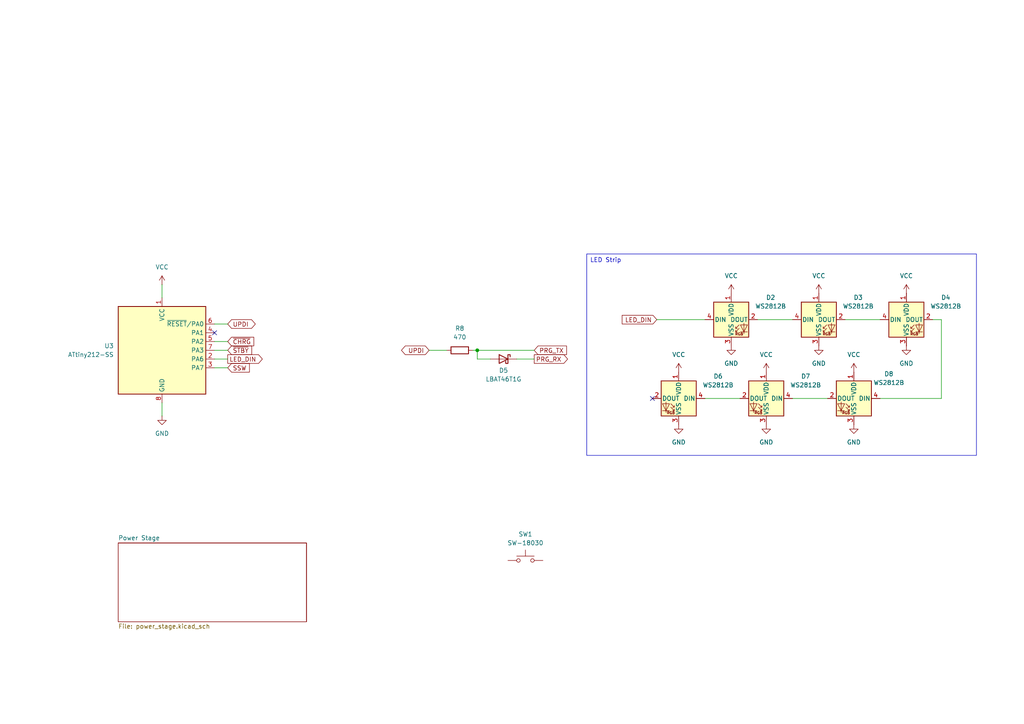
<source format=kicad_sch>
(kicad_sch (version 20250114) (generator "eeschema") (generator_version "9.0")
  (paper "A4")
  (lib_symbols
    (symbol "Device:D_Schottky" (pin_numbers (hide yes)) (pin_names (offset 1.016) (hide yes))
      (property "Reference" "D" (at 0 2.54 0))
      (property "Value" "D_Schottky" (at 0 -2.54 0))
      (symbol "D_Schottky_0_1"
        (polyline (pts (xy -1.905 0.635) (xy -1.905 1.27) (xy -1.27 1.27) (xy -1.27 -1.27) (xy -0.635 -1.27) (xy -0.635 -0.635)) (stroke (width 0.254)))
        (polyline (pts (xy 1.27 1.27) (xy 1.27 -1.27) (xy -1.27 0) (xy 1.27 1.27)) (stroke (width 0.254)))
        (polyline (pts (xy 1.27 0) (xy -1.27 0)))
      )
      (symbol "D_Schottky_1_1"
        (pin passive line (at -3.81 0 0) (length 2.54) (name "K") (number "1"))
        (pin passive line (at 3.81 0 180) (length 2.54) (name "A") (number "2"))
      )
    )
    (symbol "Device:R" (pin_numbers (hide yes)) (pin_names (offset 0))
      (property "Reference" "R" (at 2.032 0 90))
      (property "Value" "R" (at 0 0 90))
      (symbol "R_0_1"
        (rectangle (start -1.016 -2.54) (end 1.016 2.54) (stroke (width 0.254)))
      )
      (symbol "R_1_1"
        (pin passive line (at 0 3.81 270) (length 1.27) (name "~") (number "1"))
        (pin passive line (at 0 -3.81 90) (length 1.27) (name "~") (number "2"))
      )
    )
    (symbol "LED:WS2812B" (pin_names (offset 0.254))
      (property "Reference" "D" (at 5.08 5.715 0))
      (property "Value" "WS2812B" (at 1.27 -5.715 0))
      (symbol "WS2812B_0_0"
        (text "RGB" (at 2.286 -4.191 0) (effects (font (size 0.762 0.762))))
      )
      (symbol "WS2812B_0_1"
        (polyline (pts (xy 1.27 -2.54) (xy 1.778 -2.54)))
        (polyline (pts (xy 1.27 -3.556) (xy 1.778 -3.556)))
        (polyline (pts (xy 2.286 -1.524) (xy 1.27 -2.54) (xy 1.27 -2.032)))
        (polyline (pts (xy 2.286 -2.54) (xy 1.27 -3.556) (xy 1.27 -3.048)))
        (polyline (pts (xy 3.683 -1.016) (xy 3.683 -3.556) (xy 3.683 -4.064)))
        (polyline (pts (xy 4.699 -1.524) (xy 2.667 -1.524) (xy 3.683 -3.556) (xy 4.699 -1.524)))
        (polyline (pts (xy 4.699 -3.556) (xy 2.667 -3.556)))
        (rectangle (start 5.08 5.08) (end -5.08 -5.08) (stroke (width 0.254)) (fill (type background)))
      )
      (symbol "WS2812B_1_1"
        (pin input line (at -7.62 0 0) (length 2.54) (name "DIN") (number "4"))
        (pin power_in line (at 0 7.62 270) (length 2.54) (name "VDD") (number "1"))
        (pin power_in line (at 0 -7.62 90) (length 2.54) (name "VSS") (number "3"))
        (pin output line (at 7.62 0 180) (length 2.54) (name "DOUT") (number "2"))
      )
    )
    (symbol "MCU_Microchip_ATtiny:ATtiny212-SS"
      (property "Reference" "U" (at -12.7 13.97 0))
      (property "Value" "ATtiny212-SS" (at 2.54 -13.97 0))
      (symbol "ATtiny212-SS_0_1"
        (rectangle (start -12.7 -12.7) (end 12.7 12.7) (stroke (width 0.254)) (fill (type background)))
      )
      (symbol "ATtiny212-SS_1_1"
        (pin power_in line (at 0 15.24 270) (length 2.54) (name "VCC") (number "1"))
        (pin power_in line (at 0 -15.24 90) (length 2.54) (name "GND") (number "8"))
        (pin bidirectional line (at 15.24 7.62 180) (length 2.54) (name "~{RESET}/PA0") (number "6"))
        (pin bidirectional line (at 15.24 5.08 180) (length 2.54) (name "PA1") (number "4"))
        (pin bidirectional line (at 15.24 2.54 180) (length 2.54) (name "PA2") (number "5"))
        (pin bidirectional line (at 15.24 0 180) (length 2.54) (name "PA3") (number "7"))
        (pin bidirectional line (at 15.24 -2.54 180) (length 2.54) (name "PA6") (number "2"))
        (pin bidirectional line (at 15.24 -5.08 180) (length 2.54) (name "PA7") (number "3"))
      )
    )
    (symbol "Switch:SW_Push" (pin_numbers (hide yes)) (pin_names (offset 1.016) (hide yes))
      (property "Reference" "SW" (at 1.27 2.54 0))
      (property "Value" "SW_Push" (at 0 -1.524 0))
      (symbol "SW_Push_0_1"
        (circle (center -2.032 0) (radius 0.508))
        (polyline (pts (xy 0 1.27) (xy 0 3.048)))
        (circle (center 2.032 0) (radius 0.508))
        (polyline (pts (xy 2.54 1.27) (xy -2.54 1.27)))
        (pin passive line (at -5.08 0 0) (length 2.54) (name "1") (number "1"))
        (pin passive line (at 5.08 0 180) (length 2.54) (name "2") (number "2"))
      )
    )
    (symbol "power:GND" (power) (pin_numbers (hide yes)) (pin_names (offset 0) (hide yes))
      (property "Value" "GND" (at 0 -3.81 0))
      (symbol "GND_0_1"
        (polyline (pts (xy 0 0) (xy 0 -1.27) (xy 1.27 -1.27) (xy 0 -2.54) (xy -1.27 -1.27) (xy 0 -1.27)))
      )
      (symbol "GND_1_1"
        (pin power_in line (at 0 0 270) (length 0) (name "~") (number "1"))
      )
    )
    (symbol "power:VCC" (power) (pin_numbers (hide yes)) (pin_names (offset 0) (hide yes))
      (property "Value" "VCC" (at 0 3.556 0))
      (symbol "VCC_0_1"
        (polyline (pts (xy -0.762 1.27) (xy 0 2.54)))
        (polyline (pts (xy 0 2.54) (xy 0.762 1.27)))
        (polyline (pts (xy 0 0) (xy 0 2.54)))
      )
      (symbol "VCC_1_1"
        (pin power_in line (at 0 0 90) (length 0) (name "~") (number "1"))
      )
    )
  )
  (text_box "LED Strip" (at 170.18 73.66 0) (size 113.03 58.42) (margins 0.9525 0.9525 0.9525 0.9525) (effects (font (size 1.27 1.27)) (justify left top)))
  (junction (at 138.43 101.6))
  (no_connect (at 189.23 115.57))
  (no_connect (at 62.23 96.52))
  (wire (pts (xy 138.43 101.6) (xy 137.16 101.6)))
  (wire (pts (xy 124.46 101.6) (xy 129.54 101.6)))
  (wire (pts (xy 62.23 104.14) (xy 66.04 104.14)))
  (wire (pts (xy 273.05 92.71) (xy 273.05 115.57)))
  (wire (pts (xy 142.24 104.14) (xy 138.43 104.14)))
  (wire (pts (xy 270.51 92.71) (xy 273.05 92.71)))
  (wire (pts (xy 273.05 115.57) (xy 255.27 115.57)))
  (wire (pts (xy 62.23 101.6) (xy 66.04 101.6)))
  (wire (pts (xy 204.47 115.57) (xy 214.63 115.57)))
  (wire (pts (xy 154.94 104.14) (xy 149.86 104.14)))
  (wire (pts (xy 245.11 92.71) (xy 255.27 92.71)))
  (wire (pts (xy 190.5 92.71) (xy 204.47 92.71)))
  (wire (pts (xy 229.87 115.57) (xy 240.03 115.57)))
  (wire (pts (xy 154.94 101.6) (xy 138.43 101.6)))
  (wire (pts (xy 62.23 106.68) (xy 66.04 106.68)))
  (wire (pts (xy 46.99 120.65) (xy 46.99 116.84)))
  (wire (pts (xy 66.04 93.98) (xy 62.23 93.98)))
  (wire (pts (xy 46.99 82.55) (xy 46.99 86.36)))
  (wire (pts (xy 138.43 104.14) (xy 138.43 101.6)))
  (wire (pts (xy 219.71 92.71) (xy 229.87 92.71)))
  (wire (pts (xy 62.23 99.06) (xy 66.04 99.06)))
  (global_label "SSW" (shape input) (at 66.04 106.68 0) (property "Intersheetrefs" "${INTERSHEET_REFS}" (effects (hide yes))))
  (global_label "PRG_TX" (shape input) (at 154.94 101.6 0) (property "Intersheetrefs" "${INTERSHEET_REFS}" (effects (hide yes))))
  (global_label "~{CHRG}" (shape input) (at 66.04 99.06 0) (property "Intersheetrefs" "${INTERSHEET_REFS}" (effects (hide yes))))
  (global_label "~{STBY}" (shape input) (at 66.04 101.6 0) (property "Intersheetrefs" "${INTERSHEET_REFS}" (effects (hide yes))))
  (global_label "LED_DIN" (shape input) (at 190.5 92.71 180) (property "Intersheetrefs" "${INTERSHEET_REFS}" (effects (hide yes))))
  (global_label "LED_DIN" (shape output) (at 66.04 104.14 0) (property "Intersheetrefs" "${INTERSHEET_REFS}" (effects (hide yes))))
  (global_label "UPDI" (shape bidirectional) (at 124.46 101.6 180) (property "Intersheetrefs" "${INTERSHEET_REFS}" (effects (hide yes))))
  (global_label "UPDI" (shape bidirectional) (at 66.04 93.98 0) (property "Intersheetrefs" "${INTERSHEET_REFS}" (effects (hide yes))))
  (global_label "PRG_RX" (shape output) (at 154.94 104.14 0) (property "Intersheetrefs" "${INTERSHEET_REFS}" (effects (hide yes))))
  (symbol (lib_id "power:GND") (at 247.65 123.19 0) (unit 1)
    (property "Reference" "#PWR019" (effects (hide yes)))
    (property "Value" "GND" (at 247.65 128.27 0))
    (property "Description" "Power symbol creates a global label with name \"GND\" , ground" (effects (hide yes)))
  )
  (symbol (lib_id "LED:WS2812B") (at 262.89 92.71 0) (unit 1)
    (property "Reference" "D4" (at 274.32 86.2898 0))
    (property "Value" "WS2812B" (at 274.32 88.8298 0))
    (property "Footprint" "LED_SMD:LED_WS2812B_PLCC4_5.0x5.0mm_P3.2mm" (effects (hide yes)))
    (property "Datasheet" "https://cdn-shop.adafruit.com/datasheets/WS2812B.pdf" (effects (hide yes)))
    (property "Description" "RGB LED with integrated controller" (effects (hide yes)))
  )
  (symbol (lib_id "Device:D_Schottky") (at 146.05 104.14 0) (mirror y) (unit 1)
    (property "Reference" "D5" (at 146.05 107.442 0))
    (property "Value" "LBAT46T1G" (at 146.05 109.982 0))
    (property "Footprint" "Diode_SMD:D_SOD-123" (effects (hide yes)))
    (property "Description" "Schottky diode" (effects (hide yes)))
  )
  (symbol (lib_id "power:VCC") (at 237.49 85.09 0) (unit 1)
    (property "Reference" "#PWR08" (effects (hide yes)))
    (property "Value" "VCC" (at 237.49 80.01 0))
    (property "Description" "Power symbol creates a global label with name \"VCC\"" (effects (hide yes)))
  )
  (symbol (lib_id "power:VCC") (at 222.25 107.95 0) (unit 1)
    (property "Reference" "#PWR014" (effects (hide yes)))
    (property "Value" "VCC" (at 222.25 102.87 0))
    (property "Description" "Power symbol creates a global label with name \"VCC\"" (effects (hide yes)))
  )
  (symbol (lib_id "LED:WS2812B") (at 237.49 92.71 0) (unit 1)
    (property "Reference" "D3" (at 248.92 86.2898 0))
    (property "Value" "WS2812B" (at 248.92 88.8298 0))
    (property "Footprint" "LED_SMD:LED_WS2812B_PLCC4_5.0x5.0mm_P3.2mm" (effects (hide yes)))
    (property "Datasheet" "https://cdn-shop.adafruit.com/datasheets/WS2812B.pdf" (effects (hide yes)))
    (property "Description" "RGB LED with integrated controller" (effects (hide yes)))
  )
  (symbol (lib_id "power:GND") (at 237.49 100.33 0) (unit 1)
    (property "Reference" "#PWR011" (effects (hide yes)))
    (property "Value" "GND" (at 237.49 105.41 0))
    (property "Description" "Power symbol creates a global label with name \"GND\" , ground" (effects (hide yes)))
  )
  (symbol (lib_id "power:VCC") (at 196.85 107.95 0) (unit 1)
    (property "Reference" "#PWR013" (effects (hide yes)))
    (property "Value" "VCC" (at 196.85 102.87 0))
    (property "Description" "Power symbol creates a global label with name \"VCC\"" (effects (hide yes)))
  )
  (symbol (lib_id "MCU_Microchip_ATtiny:ATtiny212-SS") (at 46.99 101.6 0) (unit 1)
    (property "Reference" "U3" (at 33.02 100.3299 0) (effects (justify right)))
    (property "Value" "ATtiny212-SS" (at 33.02 102.8699 0) (effects (justify right)))
    (property "Footprint" "Package_SO:SOIC-8_3.9x4.9mm_P1.27mm" (effects (hide yes)))
    (property "Datasheet" "http://ww1.microchip.com/downloads/en/DeviceDoc/40001911A.pdf" (effects (hide yes)))
    (property "Description" "20MHz, 2kB Flash, 128B SRAM, 64B EEPROM, SOIC-8" (effects (hide yes)))
  )
  (symbol (lib_id "LED:WS2812B") (at 196.85 115.57 0) (mirror y) (unit 1)
    (property "Reference" "D6" (at 208.28 109.1498 0))
    (property "Value" "WS2812B" (at 208.28 111.6898 0))
    (property "Footprint" "LED_SMD:LED_WS2812B_PLCC4_5.0x5.0mm_P3.2mm" (effects (hide yes)))
    (property "Datasheet" "https://cdn-shop.adafruit.com/datasheets/WS2812B.pdf" (effects (hide yes)))
    (property "Description" "RGB LED with integrated controller" (effects (hide yes)))
  )
  (symbol (lib_id "Device:R") (at 133.35 101.6 90) (unit 1)
    (property "Reference" "R8" (at 133.35 95.25 90))
    (property "Value" "470" (at 133.35 97.79 90))
    (property "Description" "Resistor" (effects (hide yes)))
  )
  (symbol (lib_id "power:VCC") (at 212.09 85.09 0) (unit 1)
    (property "Reference" "#PWR07" (effects (hide yes)))
    (property "Value" "VCC" (at 212.09 80.01 0))
    (property "Description" "Power symbol creates a global label with name \"VCC\"" (effects (hide yes)))
  )
  (symbol (lib_id "LED:WS2812B") (at 247.65 115.57 0) (mirror y) (unit 1)
    (property "Reference" "D8" (at 257.81 108.458 0))
    (property "Value" "WS2812B" (at 257.81 110.998 0))
    (property "Footprint" "LED_SMD:LED_WS2812B_PLCC4_5.0x5.0mm_P3.2mm" (effects (hide yes)))
    (property "Datasheet" "https://cdn-shop.adafruit.com/datasheets/WS2812B.pdf" (effects (hide yes)))
    (property "Description" "RGB LED with integrated controller" (effects (hide yes)))
  )
  (symbol (lib_id "power:GND") (at 262.89 100.33 0) (unit 1)
    (property "Reference" "#PWR012" (effects (hide yes)))
    (property "Value" "GND" (at 262.89 105.41 0))
    (property "Description" "Power symbol creates a global label with name \"GND\" , ground" (effects (hide yes)))
  )
  (symbol (lib_id "Switch:SW_Push") (at 152.4 162.56 0) (unit 1)
    (property "Reference" "SW1" (at 152.4 154.94 0))
    (property "Value" "SW-18030" (at 152.4 157.48 0))
    (property "Description" "Push button switch, generic, two pins" (effects (hide yes)))
  )
  (symbol (lib_id "power:VCC") (at 262.89 85.09 0) (unit 1)
    (property "Reference" "#PWR09" (effects (hide yes)))
    (property "Value" "VCC" (at 262.89 80.01 0))
    (property "Description" "Power symbol creates a global label with name \"VCC\"" (effects (hide yes)))
  )
  (symbol (lib_id "power:GND") (at 222.25 123.19 0) (unit 1)
    (property "Reference" "#PWR018" (effects (hide yes)))
    (property "Value" "GND" (at 222.25 128.27 0))
    (property "Description" "Power symbol creates a global label with name \"GND\" , ground" (effects (hide yes)))
  )
  (symbol (lib_id "LED:WS2812B") (at 222.25 115.57 0) (mirror y) (unit 1)
    (property "Reference" "D7" (at 233.68 109.1498 0))
    (property "Value" "WS2812B" (at 233.68 111.6898 0))
    (property "Footprint" "LED_SMD:LED_WS2812B_PLCC4_5.0x5.0mm_P3.2mm" (effects (hide yes)))
    (property "Datasheet" "https://cdn-shop.adafruit.com/datasheets/WS2812B.pdf" (effects (hide yes)))
    (property "Description" "RGB LED with integrated controller" (effects (hide yes)))
  )
  (symbol (lib_id "power:GND") (at 46.99 120.65 0) (unit 1)
    (property "Reference" "#PWR016" (effects (hide yes)))
    (property "Value" "GND" (at 46.99 125.73 0))
    (property "Description" "Power symbol creates a global label with name \"GND\" , ground" (effects (hide yes)))
  )
  (symbol (lib_id "power:VCC") (at 46.99 82.55 0) (unit 1)
    (property "Reference" "#PWR06" (effects (hide yes)))
    (property "Value" "VCC" (at 46.99 77.47 0))
    (property "Description" "Power symbol creates a global label with name \"VCC\"" (effects (hide yes)))
  )
  (symbol (lib_id "LED:WS2812B") (at 212.09 92.71 0) (unit 1)
    (property "Reference" "D2" (at 223.52 86.2898 0))
    (property "Value" "WS2812B" (at 223.52 88.8298 0))
    (property "Footprint" "LED_SMD:LED_WS2812B_PLCC4_5.0x5.0mm_P3.2mm" (effects (hide yes)))
    (property "Datasheet" "https://cdn-shop.adafruit.com/datasheets/WS2812B.pdf" (effects (hide yes)))
    (property "Description" "RGB LED with integrated controller" (effects (hide yes)))
  )
  (symbol (lib_id "power:GND") (at 196.85 123.19 0) (unit 1)
    (property "Reference" "#PWR017" (effects (hide yes)))
    (property "Value" "GND" (at 196.85 128.27 0))
    (property "Description" "Power symbol creates a global label with name \"GND\" , ground" (effects (hide yes)))
  )
  (symbol (lib_id "power:VCC") (at 247.65 107.95 0) (unit 1)
    (property "Reference" "#PWR015" (effects (hide yes)))
    (property "Value" "VCC" (at 247.65 102.87 0))
    (property "Description" "Power symbol creates a global label with name \"VCC\"" (effects (hide yes)))
  )
  (symbol (lib_id "power:GND") (at 212.09 100.33 0) (unit 1)
    (property "Reference" "#PWR010" (effects (hide yes)))
    (property "Value" "GND" (at 212.09 105.41 0))
    (property "Description" "Power symbol creates a global label with name \"GND\" , ground" (effects (hide yes)))
  )
  (sheet (at 34.29 157.48) (size 54.61 22.86) (stroke (width 0.1524))
    (property "Sheetname" "Power Stage" (at 34.29 156.7684 0) (effects (justify left bottom)))
    (property "Sheetfile" "power_stage.kicad_sch" (at 34.29 180.9246 0) (effects (justify left top)))
  )
)
</source>
